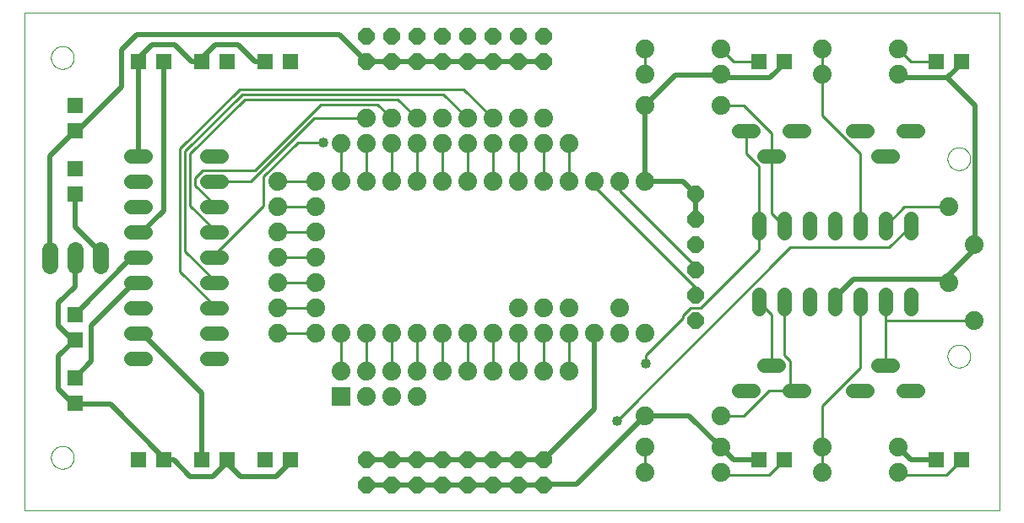
<source format=gtl>
G75*
%MOIN*%
%OFA0B0*%
%FSLAX25Y25*%
%IPPOS*%
%LPD*%
%AMOC8*
5,1,8,0,0,1.08239X$1,22.5*
%
%ADD10C,0.00000*%
%ADD11C,0.05600*%
%ADD12R,0.06400X0.06400*%
%ADD13C,0.07400*%
%ADD14OC8,0.06400*%
%ADD15C,0.06400*%
%ADD16R,0.07400X0.07400*%
%ADD17C,0.02000*%
%ADD18C,0.01000*%
%ADD19C,0.04000*%
D10*
X0001000Y0001000D02*
X0001000Y0197850D01*
X0386000Y0197850D01*
X0386000Y0001000D01*
X0001000Y0001000D01*
X0011500Y0022000D02*
X0011502Y0022134D01*
X0011508Y0022268D01*
X0011518Y0022401D01*
X0011532Y0022535D01*
X0011550Y0022668D01*
X0011572Y0022800D01*
X0011597Y0022931D01*
X0011627Y0023062D01*
X0011661Y0023192D01*
X0011698Y0023320D01*
X0011739Y0023448D01*
X0011784Y0023574D01*
X0011833Y0023699D01*
X0011885Y0023822D01*
X0011941Y0023944D01*
X0012001Y0024064D01*
X0012064Y0024182D01*
X0012131Y0024298D01*
X0012201Y0024412D01*
X0012275Y0024524D01*
X0012352Y0024634D01*
X0012432Y0024742D01*
X0012515Y0024847D01*
X0012601Y0024949D01*
X0012690Y0025049D01*
X0012783Y0025146D01*
X0012878Y0025241D01*
X0012976Y0025332D01*
X0013076Y0025421D01*
X0013179Y0025506D01*
X0013285Y0025589D01*
X0013393Y0025668D01*
X0013503Y0025744D01*
X0013616Y0025817D01*
X0013731Y0025886D01*
X0013847Y0025952D01*
X0013966Y0026014D01*
X0014086Y0026073D01*
X0014209Y0026128D01*
X0014332Y0026180D01*
X0014457Y0026227D01*
X0014584Y0026271D01*
X0014712Y0026312D01*
X0014841Y0026348D01*
X0014971Y0026381D01*
X0015102Y0026409D01*
X0015233Y0026434D01*
X0015366Y0026455D01*
X0015499Y0026472D01*
X0015632Y0026485D01*
X0015766Y0026494D01*
X0015900Y0026499D01*
X0016034Y0026500D01*
X0016167Y0026497D01*
X0016301Y0026490D01*
X0016435Y0026479D01*
X0016568Y0026464D01*
X0016701Y0026445D01*
X0016833Y0026422D01*
X0016964Y0026396D01*
X0017094Y0026365D01*
X0017224Y0026330D01*
X0017352Y0026292D01*
X0017479Y0026250D01*
X0017605Y0026204D01*
X0017730Y0026154D01*
X0017853Y0026101D01*
X0017974Y0026044D01*
X0018094Y0025983D01*
X0018211Y0025919D01*
X0018327Y0025852D01*
X0018441Y0025781D01*
X0018552Y0025706D01*
X0018661Y0025629D01*
X0018768Y0025548D01*
X0018873Y0025464D01*
X0018974Y0025377D01*
X0019074Y0025287D01*
X0019170Y0025194D01*
X0019264Y0025098D01*
X0019355Y0024999D01*
X0019442Y0024898D01*
X0019527Y0024794D01*
X0019609Y0024688D01*
X0019687Y0024580D01*
X0019762Y0024469D01*
X0019834Y0024356D01*
X0019903Y0024240D01*
X0019968Y0024123D01*
X0020029Y0024004D01*
X0020087Y0023883D01*
X0020141Y0023761D01*
X0020192Y0023637D01*
X0020239Y0023511D01*
X0020282Y0023384D01*
X0020321Y0023256D01*
X0020357Y0023127D01*
X0020388Y0022997D01*
X0020416Y0022866D01*
X0020440Y0022734D01*
X0020460Y0022601D01*
X0020476Y0022468D01*
X0020488Y0022335D01*
X0020496Y0022201D01*
X0020500Y0022067D01*
X0020500Y0021933D01*
X0020496Y0021799D01*
X0020488Y0021665D01*
X0020476Y0021532D01*
X0020460Y0021399D01*
X0020440Y0021266D01*
X0020416Y0021134D01*
X0020388Y0021003D01*
X0020357Y0020873D01*
X0020321Y0020744D01*
X0020282Y0020616D01*
X0020239Y0020489D01*
X0020192Y0020363D01*
X0020141Y0020239D01*
X0020087Y0020117D01*
X0020029Y0019996D01*
X0019968Y0019877D01*
X0019903Y0019760D01*
X0019834Y0019644D01*
X0019762Y0019531D01*
X0019687Y0019420D01*
X0019609Y0019312D01*
X0019527Y0019206D01*
X0019442Y0019102D01*
X0019355Y0019001D01*
X0019264Y0018902D01*
X0019170Y0018806D01*
X0019074Y0018713D01*
X0018974Y0018623D01*
X0018873Y0018536D01*
X0018768Y0018452D01*
X0018661Y0018371D01*
X0018552Y0018294D01*
X0018441Y0018219D01*
X0018327Y0018148D01*
X0018211Y0018081D01*
X0018094Y0018017D01*
X0017974Y0017956D01*
X0017853Y0017899D01*
X0017730Y0017846D01*
X0017605Y0017796D01*
X0017479Y0017750D01*
X0017352Y0017708D01*
X0017224Y0017670D01*
X0017094Y0017635D01*
X0016964Y0017604D01*
X0016833Y0017578D01*
X0016701Y0017555D01*
X0016568Y0017536D01*
X0016435Y0017521D01*
X0016301Y0017510D01*
X0016167Y0017503D01*
X0016034Y0017500D01*
X0015900Y0017501D01*
X0015766Y0017506D01*
X0015632Y0017515D01*
X0015499Y0017528D01*
X0015366Y0017545D01*
X0015233Y0017566D01*
X0015102Y0017591D01*
X0014971Y0017619D01*
X0014841Y0017652D01*
X0014712Y0017688D01*
X0014584Y0017729D01*
X0014457Y0017773D01*
X0014332Y0017820D01*
X0014209Y0017872D01*
X0014086Y0017927D01*
X0013966Y0017986D01*
X0013847Y0018048D01*
X0013731Y0018114D01*
X0013616Y0018183D01*
X0013503Y0018256D01*
X0013393Y0018332D01*
X0013285Y0018411D01*
X0013179Y0018494D01*
X0013076Y0018579D01*
X0012976Y0018668D01*
X0012878Y0018759D01*
X0012783Y0018854D01*
X0012690Y0018951D01*
X0012601Y0019051D01*
X0012515Y0019153D01*
X0012432Y0019258D01*
X0012352Y0019366D01*
X0012275Y0019476D01*
X0012201Y0019588D01*
X0012131Y0019702D01*
X0012064Y0019818D01*
X0012001Y0019936D01*
X0011941Y0020056D01*
X0011885Y0020178D01*
X0011833Y0020301D01*
X0011784Y0020426D01*
X0011739Y0020552D01*
X0011698Y0020680D01*
X0011661Y0020808D01*
X0011627Y0020938D01*
X0011597Y0021069D01*
X0011572Y0021200D01*
X0011550Y0021332D01*
X0011532Y0021465D01*
X0011518Y0021599D01*
X0011508Y0021732D01*
X0011502Y0021866D01*
X0011500Y0022000D01*
X0011500Y0180000D02*
X0011502Y0180134D01*
X0011508Y0180268D01*
X0011518Y0180401D01*
X0011532Y0180535D01*
X0011550Y0180668D01*
X0011572Y0180800D01*
X0011597Y0180931D01*
X0011627Y0181062D01*
X0011661Y0181192D01*
X0011698Y0181320D01*
X0011739Y0181448D01*
X0011784Y0181574D01*
X0011833Y0181699D01*
X0011885Y0181822D01*
X0011941Y0181944D01*
X0012001Y0182064D01*
X0012064Y0182182D01*
X0012131Y0182298D01*
X0012201Y0182412D01*
X0012275Y0182524D01*
X0012352Y0182634D01*
X0012432Y0182742D01*
X0012515Y0182847D01*
X0012601Y0182949D01*
X0012690Y0183049D01*
X0012783Y0183146D01*
X0012878Y0183241D01*
X0012976Y0183332D01*
X0013076Y0183421D01*
X0013179Y0183506D01*
X0013285Y0183589D01*
X0013393Y0183668D01*
X0013503Y0183744D01*
X0013616Y0183817D01*
X0013731Y0183886D01*
X0013847Y0183952D01*
X0013966Y0184014D01*
X0014086Y0184073D01*
X0014209Y0184128D01*
X0014332Y0184180D01*
X0014457Y0184227D01*
X0014584Y0184271D01*
X0014712Y0184312D01*
X0014841Y0184348D01*
X0014971Y0184381D01*
X0015102Y0184409D01*
X0015233Y0184434D01*
X0015366Y0184455D01*
X0015499Y0184472D01*
X0015632Y0184485D01*
X0015766Y0184494D01*
X0015900Y0184499D01*
X0016034Y0184500D01*
X0016167Y0184497D01*
X0016301Y0184490D01*
X0016435Y0184479D01*
X0016568Y0184464D01*
X0016701Y0184445D01*
X0016833Y0184422D01*
X0016964Y0184396D01*
X0017094Y0184365D01*
X0017224Y0184330D01*
X0017352Y0184292D01*
X0017479Y0184250D01*
X0017605Y0184204D01*
X0017730Y0184154D01*
X0017853Y0184101D01*
X0017974Y0184044D01*
X0018094Y0183983D01*
X0018211Y0183919D01*
X0018327Y0183852D01*
X0018441Y0183781D01*
X0018552Y0183706D01*
X0018661Y0183629D01*
X0018768Y0183548D01*
X0018873Y0183464D01*
X0018974Y0183377D01*
X0019074Y0183287D01*
X0019170Y0183194D01*
X0019264Y0183098D01*
X0019355Y0182999D01*
X0019442Y0182898D01*
X0019527Y0182794D01*
X0019609Y0182688D01*
X0019687Y0182580D01*
X0019762Y0182469D01*
X0019834Y0182356D01*
X0019903Y0182240D01*
X0019968Y0182123D01*
X0020029Y0182004D01*
X0020087Y0181883D01*
X0020141Y0181761D01*
X0020192Y0181637D01*
X0020239Y0181511D01*
X0020282Y0181384D01*
X0020321Y0181256D01*
X0020357Y0181127D01*
X0020388Y0180997D01*
X0020416Y0180866D01*
X0020440Y0180734D01*
X0020460Y0180601D01*
X0020476Y0180468D01*
X0020488Y0180335D01*
X0020496Y0180201D01*
X0020500Y0180067D01*
X0020500Y0179933D01*
X0020496Y0179799D01*
X0020488Y0179665D01*
X0020476Y0179532D01*
X0020460Y0179399D01*
X0020440Y0179266D01*
X0020416Y0179134D01*
X0020388Y0179003D01*
X0020357Y0178873D01*
X0020321Y0178744D01*
X0020282Y0178616D01*
X0020239Y0178489D01*
X0020192Y0178363D01*
X0020141Y0178239D01*
X0020087Y0178117D01*
X0020029Y0177996D01*
X0019968Y0177877D01*
X0019903Y0177760D01*
X0019834Y0177644D01*
X0019762Y0177531D01*
X0019687Y0177420D01*
X0019609Y0177312D01*
X0019527Y0177206D01*
X0019442Y0177102D01*
X0019355Y0177001D01*
X0019264Y0176902D01*
X0019170Y0176806D01*
X0019074Y0176713D01*
X0018974Y0176623D01*
X0018873Y0176536D01*
X0018768Y0176452D01*
X0018661Y0176371D01*
X0018552Y0176294D01*
X0018441Y0176219D01*
X0018327Y0176148D01*
X0018211Y0176081D01*
X0018094Y0176017D01*
X0017974Y0175956D01*
X0017853Y0175899D01*
X0017730Y0175846D01*
X0017605Y0175796D01*
X0017479Y0175750D01*
X0017352Y0175708D01*
X0017224Y0175670D01*
X0017094Y0175635D01*
X0016964Y0175604D01*
X0016833Y0175578D01*
X0016701Y0175555D01*
X0016568Y0175536D01*
X0016435Y0175521D01*
X0016301Y0175510D01*
X0016167Y0175503D01*
X0016034Y0175500D01*
X0015900Y0175501D01*
X0015766Y0175506D01*
X0015632Y0175515D01*
X0015499Y0175528D01*
X0015366Y0175545D01*
X0015233Y0175566D01*
X0015102Y0175591D01*
X0014971Y0175619D01*
X0014841Y0175652D01*
X0014712Y0175688D01*
X0014584Y0175729D01*
X0014457Y0175773D01*
X0014332Y0175820D01*
X0014209Y0175872D01*
X0014086Y0175927D01*
X0013966Y0175986D01*
X0013847Y0176048D01*
X0013731Y0176114D01*
X0013616Y0176183D01*
X0013503Y0176256D01*
X0013393Y0176332D01*
X0013285Y0176411D01*
X0013179Y0176494D01*
X0013076Y0176579D01*
X0012976Y0176668D01*
X0012878Y0176759D01*
X0012783Y0176854D01*
X0012690Y0176951D01*
X0012601Y0177051D01*
X0012515Y0177153D01*
X0012432Y0177258D01*
X0012352Y0177366D01*
X0012275Y0177476D01*
X0012201Y0177588D01*
X0012131Y0177702D01*
X0012064Y0177818D01*
X0012001Y0177936D01*
X0011941Y0178056D01*
X0011885Y0178178D01*
X0011833Y0178301D01*
X0011784Y0178426D01*
X0011739Y0178552D01*
X0011698Y0178680D01*
X0011661Y0178808D01*
X0011627Y0178938D01*
X0011597Y0179069D01*
X0011572Y0179200D01*
X0011550Y0179332D01*
X0011532Y0179465D01*
X0011518Y0179599D01*
X0011508Y0179732D01*
X0011502Y0179866D01*
X0011500Y0180000D01*
X0365500Y0140000D02*
X0365502Y0140134D01*
X0365508Y0140268D01*
X0365518Y0140401D01*
X0365532Y0140535D01*
X0365550Y0140668D01*
X0365572Y0140800D01*
X0365597Y0140931D01*
X0365627Y0141062D01*
X0365661Y0141192D01*
X0365698Y0141320D01*
X0365739Y0141448D01*
X0365784Y0141574D01*
X0365833Y0141699D01*
X0365885Y0141822D01*
X0365941Y0141944D01*
X0366001Y0142064D01*
X0366064Y0142182D01*
X0366131Y0142298D01*
X0366201Y0142412D01*
X0366275Y0142524D01*
X0366352Y0142634D01*
X0366432Y0142742D01*
X0366515Y0142847D01*
X0366601Y0142949D01*
X0366690Y0143049D01*
X0366783Y0143146D01*
X0366878Y0143241D01*
X0366976Y0143332D01*
X0367076Y0143421D01*
X0367179Y0143506D01*
X0367285Y0143589D01*
X0367393Y0143668D01*
X0367503Y0143744D01*
X0367616Y0143817D01*
X0367731Y0143886D01*
X0367847Y0143952D01*
X0367966Y0144014D01*
X0368086Y0144073D01*
X0368209Y0144128D01*
X0368332Y0144180D01*
X0368457Y0144227D01*
X0368584Y0144271D01*
X0368712Y0144312D01*
X0368841Y0144348D01*
X0368971Y0144381D01*
X0369102Y0144409D01*
X0369233Y0144434D01*
X0369366Y0144455D01*
X0369499Y0144472D01*
X0369632Y0144485D01*
X0369766Y0144494D01*
X0369900Y0144499D01*
X0370034Y0144500D01*
X0370167Y0144497D01*
X0370301Y0144490D01*
X0370435Y0144479D01*
X0370568Y0144464D01*
X0370701Y0144445D01*
X0370833Y0144422D01*
X0370964Y0144396D01*
X0371094Y0144365D01*
X0371224Y0144330D01*
X0371352Y0144292D01*
X0371479Y0144250D01*
X0371605Y0144204D01*
X0371730Y0144154D01*
X0371853Y0144101D01*
X0371974Y0144044D01*
X0372094Y0143983D01*
X0372211Y0143919D01*
X0372327Y0143852D01*
X0372441Y0143781D01*
X0372552Y0143706D01*
X0372661Y0143629D01*
X0372768Y0143548D01*
X0372873Y0143464D01*
X0372974Y0143377D01*
X0373074Y0143287D01*
X0373170Y0143194D01*
X0373264Y0143098D01*
X0373355Y0142999D01*
X0373442Y0142898D01*
X0373527Y0142794D01*
X0373609Y0142688D01*
X0373687Y0142580D01*
X0373762Y0142469D01*
X0373834Y0142356D01*
X0373903Y0142240D01*
X0373968Y0142123D01*
X0374029Y0142004D01*
X0374087Y0141883D01*
X0374141Y0141761D01*
X0374192Y0141637D01*
X0374239Y0141511D01*
X0374282Y0141384D01*
X0374321Y0141256D01*
X0374357Y0141127D01*
X0374388Y0140997D01*
X0374416Y0140866D01*
X0374440Y0140734D01*
X0374460Y0140601D01*
X0374476Y0140468D01*
X0374488Y0140335D01*
X0374496Y0140201D01*
X0374500Y0140067D01*
X0374500Y0139933D01*
X0374496Y0139799D01*
X0374488Y0139665D01*
X0374476Y0139532D01*
X0374460Y0139399D01*
X0374440Y0139266D01*
X0374416Y0139134D01*
X0374388Y0139003D01*
X0374357Y0138873D01*
X0374321Y0138744D01*
X0374282Y0138616D01*
X0374239Y0138489D01*
X0374192Y0138363D01*
X0374141Y0138239D01*
X0374087Y0138117D01*
X0374029Y0137996D01*
X0373968Y0137877D01*
X0373903Y0137760D01*
X0373834Y0137644D01*
X0373762Y0137531D01*
X0373687Y0137420D01*
X0373609Y0137312D01*
X0373527Y0137206D01*
X0373442Y0137102D01*
X0373355Y0137001D01*
X0373264Y0136902D01*
X0373170Y0136806D01*
X0373074Y0136713D01*
X0372974Y0136623D01*
X0372873Y0136536D01*
X0372768Y0136452D01*
X0372661Y0136371D01*
X0372552Y0136294D01*
X0372441Y0136219D01*
X0372327Y0136148D01*
X0372211Y0136081D01*
X0372094Y0136017D01*
X0371974Y0135956D01*
X0371853Y0135899D01*
X0371730Y0135846D01*
X0371605Y0135796D01*
X0371479Y0135750D01*
X0371352Y0135708D01*
X0371224Y0135670D01*
X0371094Y0135635D01*
X0370964Y0135604D01*
X0370833Y0135578D01*
X0370701Y0135555D01*
X0370568Y0135536D01*
X0370435Y0135521D01*
X0370301Y0135510D01*
X0370167Y0135503D01*
X0370034Y0135500D01*
X0369900Y0135501D01*
X0369766Y0135506D01*
X0369632Y0135515D01*
X0369499Y0135528D01*
X0369366Y0135545D01*
X0369233Y0135566D01*
X0369102Y0135591D01*
X0368971Y0135619D01*
X0368841Y0135652D01*
X0368712Y0135688D01*
X0368584Y0135729D01*
X0368457Y0135773D01*
X0368332Y0135820D01*
X0368209Y0135872D01*
X0368086Y0135927D01*
X0367966Y0135986D01*
X0367847Y0136048D01*
X0367731Y0136114D01*
X0367616Y0136183D01*
X0367503Y0136256D01*
X0367393Y0136332D01*
X0367285Y0136411D01*
X0367179Y0136494D01*
X0367076Y0136579D01*
X0366976Y0136668D01*
X0366878Y0136759D01*
X0366783Y0136854D01*
X0366690Y0136951D01*
X0366601Y0137051D01*
X0366515Y0137153D01*
X0366432Y0137258D01*
X0366352Y0137366D01*
X0366275Y0137476D01*
X0366201Y0137588D01*
X0366131Y0137702D01*
X0366064Y0137818D01*
X0366001Y0137936D01*
X0365941Y0138056D01*
X0365885Y0138178D01*
X0365833Y0138301D01*
X0365784Y0138426D01*
X0365739Y0138552D01*
X0365698Y0138680D01*
X0365661Y0138808D01*
X0365627Y0138938D01*
X0365597Y0139069D01*
X0365572Y0139200D01*
X0365550Y0139332D01*
X0365532Y0139465D01*
X0365518Y0139599D01*
X0365508Y0139732D01*
X0365502Y0139866D01*
X0365500Y0140000D01*
X0365500Y0062000D02*
X0365502Y0062134D01*
X0365508Y0062268D01*
X0365518Y0062401D01*
X0365532Y0062535D01*
X0365550Y0062668D01*
X0365572Y0062800D01*
X0365597Y0062931D01*
X0365627Y0063062D01*
X0365661Y0063192D01*
X0365698Y0063320D01*
X0365739Y0063448D01*
X0365784Y0063574D01*
X0365833Y0063699D01*
X0365885Y0063822D01*
X0365941Y0063944D01*
X0366001Y0064064D01*
X0366064Y0064182D01*
X0366131Y0064298D01*
X0366201Y0064412D01*
X0366275Y0064524D01*
X0366352Y0064634D01*
X0366432Y0064742D01*
X0366515Y0064847D01*
X0366601Y0064949D01*
X0366690Y0065049D01*
X0366783Y0065146D01*
X0366878Y0065241D01*
X0366976Y0065332D01*
X0367076Y0065421D01*
X0367179Y0065506D01*
X0367285Y0065589D01*
X0367393Y0065668D01*
X0367503Y0065744D01*
X0367616Y0065817D01*
X0367731Y0065886D01*
X0367847Y0065952D01*
X0367966Y0066014D01*
X0368086Y0066073D01*
X0368209Y0066128D01*
X0368332Y0066180D01*
X0368457Y0066227D01*
X0368584Y0066271D01*
X0368712Y0066312D01*
X0368841Y0066348D01*
X0368971Y0066381D01*
X0369102Y0066409D01*
X0369233Y0066434D01*
X0369366Y0066455D01*
X0369499Y0066472D01*
X0369632Y0066485D01*
X0369766Y0066494D01*
X0369900Y0066499D01*
X0370034Y0066500D01*
X0370167Y0066497D01*
X0370301Y0066490D01*
X0370435Y0066479D01*
X0370568Y0066464D01*
X0370701Y0066445D01*
X0370833Y0066422D01*
X0370964Y0066396D01*
X0371094Y0066365D01*
X0371224Y0066330D01*
X0371352Y0066292D01*
X0371479Y0066250D01*
X0371605Y0066204D01*
X0371730Y0066154D01*
X0371853Y0066101D01*
X0371974Y0066044D01*
X0372094Y0065983D01*
X0372211Y0065919D01*
X0372327Y0065852D01*
X0372441Y0065781D01*
X0372552Y0065706D01*
X0372661Y0065629D01*
X0372768Y0065548D01*
X0372873Y0065464D01*
X0372974Y0065377D01*
X0373074Y0065287D01*
X0373170Y0065194D01*
X0373264Y0065098D01*
X0373355Y0064999D01*
X0373442Y0064898D01*
X0373527Y0064794D01*
X0373609Y0064688D01*
X0373687Y0064580D01*
X0373762Y0064469D01*
X0373834Y0064356D01*
X0373903Y0064240D01*
X0373968Y0064123D01*
X0374029Y0064004D01*
X0374087Y0063883D01*
X0374141Y0063761D01*
X0374192Y0063637D01*
X0374239Y0063511D01*
X0374282Y0063384D01*
X0374321Y0063256D01*
X0374357Y0063127D01*
X0374388Y0062997D01*
X0374416Y0062866D01*
X0374440Y0062734D01*
X0374460Y0062601D01*
X0374476Y0062468D01*
X0374488Y0062335D01*
X0374496Y0062201D01*
X0374500Y0062067D01*
X0374500Y0061933D01*
X0374496Y0061799D01*
X0374488Y0061665D01*
X0374476Y0061532D01*
X0374460Y0061399D01*
X0374440Y0061266D01*
X0374416Y0061134D01*
X0374388Y0061003D01*
X0374357Y0060873D01*
X0374321Y0060744D01*
X0374282Y0060616D01*
X0374239Y0060489D01*
X0374192Y0060363D01*
X0374141Y0060239D01*
X0374087Y0060117D01*
X0374029Y0059996D01*
X0373968Y0059877D01*
X0373903Y0059760D01*
X0373834Y0059644D01*
X0373762Y0059531D01*
X0373687Y0059420D01*
X0373609Y0059312D01*
X0373527Y0059206D01*
X0373442Y0059102D01*
X0373355Y0059001D01*
X0373264Y0058902D01*
X0373170Y0058806D01*
X0373074Y0058713D01*
X0372974Y0058623D01*
X0372873Y0058536D01*
X0372768Y0058452D01*
X0372661Y0058371D01*
X0372552Y0058294D01*
X0372441Y0058219D01*
X0372327Y0058148D01*
X0372211Y0058081D01*
X0372094Y0058017D01*
X0371974Y0057956D01*
X0371853Y0057899D01*
X0371730Y0057846D01*
X0371605Y0057796D01*
X0371479Y0057750D01*
X0371352Y0057708D01*
X0371224Y0057670D01*
X0371094Y0057635D01*
X0370964Y0057604D01*
X0370833Y0057578D01*
X0370701Y0057555D01*
X0370568Y0057536D01*
X0370435Y0057521D01*
X0370301Y0057510D01*
X0370167Y0057503D01*
X0370034Y0057500D01*
X0369900Y0057501D01*
X0369766Y0057506D01*
X0369632Y0057515D01*
X0369499Y0057528D01*
X0369366Y0057545D01*
X0369233Y0057566D01*
X0369102Y0057591D01*
X0368971Y0057619D01*
X0368841Y0057652D01*
X0368712Y0057688D01*
X0368584Y0057729D01*
X0368457Y0057773D01*
X0368332Y0057820D01*
X0368209Y0057872D01*
X0368086Y0057927D01*
X0367966Y0057986D01*
X0367847Y0058048D01*
X0367731Y0058114D01*
X0367616Y0058183D01*
X0367503Y0058256D01*
X0367393Y0058332D01*
X0367285Y0058411D01*
X0367179Y0058494D01*
X0367076Y0058579D01*
X0366976Y0058668D01*
X0366878Y0058759D01*
X0366783Y0058854D01*
X0366690Y0058951D01*
X0366601Y0059051D01*
X0366515Y0059153D01*
X0366432Y0059258D01*
X0366352Y0059366D01*
X0366275Y0059476D01*
X0366201Y0059588D01*
X0366131Y0059702D01*
X0366064Y0059818D01*
X0366001Y0059936D01*
X0365941Y0060056D01*
X0365885Y0060178D01*
X0365833Y0060301D01*
X0365784Y0060426D01*
X0365739Y0060552D01*
X0365698Y0060680D01*
X0365661Y0060808D01*
X0365627Y0060938D01*
X0365597Y0061069D01*
X0365572Y0061200D01*
X0365550Y0061332D01*
X0365532Y0061465D01*
X0365518Y0061599D01*
X0365508Y0061732D01*
X0365502Y0061866D01*
X0365500Y0062000D01*
D11*
X0343800Y0058500D02*
X0338200Y0058500D01*
X0333800Y0048500D02*
X0328200Y0048500D01*
X0308800Y0048500D02*
X0303200Y0048500D01*
X0288800Y0048500D02*
X0283200Y0048500D01*
X0293200Y0058500D02*
X0298800Y0058500D01*
X0301000Y0080700D02*
X0301000Y0086300D01*
X0291000Y0086300D02*
X0291000Y0080700D01*
X0311000Y0080700D02*
X0311000Y0086300D01*
X0321000Y0086300D02*
X0321000Y0080700D01*
X0331000Y0080700D02*
X0331000Y0086300D01*
X0341000Y0086300D02*
X0341000Y0080700D01*
X0351000Y0080700D02*
X0351000Y0086300D01*
X0351000Y0110700D02*
X0351000Y0116300D01*
X0341000Y0116300D02*
X0341000Y0110700D01*
X0331000Y0110700D02*
X0331000Y0116300D01*
X0321000Y0116300D02*
X0321000Y0110700D01*
X0311000Y0110700D02*
X0311000Y0116300D01*
X0301000Y0116300D02*
X0301000Y0110700D01*
X0291000Y0110700D02*
X0291000Y0116300D01*
X0293200Y0141000D02*
X0298800Y0141000D01*
X0303200Y0151000D02*
X0308800Y0151000D01*
X0328200Y0151000D02*
X0333800Y0151000D01*
X0348200Y0151000D02*
X0353800Y0151000D01*
X0343800Y0141000D02*
X0338200Y0141000D01*
X0288800Y0151000D02*
X0283200Y0151000D01*
X0348200Y0048500D02*
X0353800Y0048500D01*
X0078800Y0061000D02*
X0073200Y0061000D01*
X0073200Y0071000D02*
X0078800Y0071000D01*
X0078800Y0081000D02*
X0073200Y0081000D01*
X0073200Y0091000D02*
X0078800Y0091000D01*
X0078800Y0101000D02*
X0073200Y0101000D01*
X0073200Y0111000D02*
X0078800Y0111000D01*
X0078800Y0121000D02*
X0073200Y0121000D01*
X0073200Y0131000D02*
X0078800Y0131000D01*
X0078800Y0141000D02*
X0073200Y0141000D01*
X0048800Y0141000D02*
X0043200Y0141000D01*
X0043200Y0131000D02*
X0048800Y0131000D01*
X0048800Y0121000D02*
X0043200Y0121000D01*
X0043200Y0111000D02*
X0048800Y0111000D01*
X0048800Y0101000D02*
X0043200Y0101000D01*
X0043200Y0091000D02*
X0048800Y0091000D01*
X0048800Y0081000D02*
X0043200Y0081000D01*
X0043200Y0071000D02*
X0048800Y0071000D01*
X0048800Y0061000D02*
X0043200Y0061000D01*
D12*
X0021000Y0053500D03*
X0021000Y0043500D03*
X0046000Y0021000D03*
X0056000Y0021000D03*
X0071000Y0021000D03*
X0081000Y0021000D03*
X0096000Y0021000D03*
X0106000Y0021000D03*
X0021000Y0068500D03*
X0021000Y0078500D03*
X0021000Y0126000D03*
X0021000Y0136000D03*
X0021000Y0151000D03*
X0021000Y0161000D03*
X0046000Y0178500D03*
X0056000Y0178500D03*
X0071000Y0178500D03*
X0081000Y0178500D03*
X0096000Y0178500D03*
X0106000Y0178500D03*
X0291000Y0178500D03*
X0301000Y0178500D03*
X0361000Y0178500D03*
X0371000Y0178500D03*
X0371000Y0021000D03*
X0361000Y0021000D03*
X0301000Y0021000D03*
X0291000Y0021000D03*
D13*
X0276000Y0016000D03*
X0276000Y0026000D03*
X0276000Y0038500D03*
X0246000Y0038500D03*
X0246000Y0026000D03*
X0246000Y0016000D03*
X0316000Y0016000D03*
X0316000Y0026000D03*
X0346000Y0026000D03*
X0346000Y0016000D03*
X0246000Y0071000D03*
X0236000Y0071000D03*
X0226000Y0071000D03*
X0216000Y0071000D03*
X0206000Y0071000D03*
X0196000Y0071000D03*
X0186000Y0071000D03*
X0176000Y0071000D03*
X0166000Y0071000D03*
X0156000Y0071000D03*
X0146000Y0071000D03*
X0136000Y0071000D03*
X0126000Y0071000D03*
X0116000Y0071000D03*
X0101000Y0071000D03*
X0101000Y0081000D03*
X0116000Y0081000D03*
X0116000Y0091000D03*
X0101000Y0091000D03*
X0101000Y0101000D03*
X0116000Y0101000D03*
X0116000Y0111000D03*
X0101000Y0111000D03*
X0101000Y0121000D03*
X0116000Y0121000D03*
X0116000Y0131000D03*
X0126000Y0131000D03*
X0136000Y0131000D03*
X0146000Y0131000D03*
X0156000Y0131000D03*
X0166000Y0131000D03*
X0176000Y0131000D03*
X0186000Y0131000D03*
X0196000Y0131000D03*
X0206000Y0131000D03*
X0216000Y0131000D03*
X0226000Y0131000D03*
X0236000Y0131000D03*
X0246000Y0131000D03*
X0216000Y0146000D03*
X0206000Y0146000D03*
X0196000Y0146000D03*
X0186000Y0146000D03*
X0176000Y0146000D03*
X0166000Y0146000D03*
X0156000Y0146000D03*
X0146000Y0146000D03*
X0136000Y0146000D03*
X0126000Y0146000D03*
X0136000Y0156000D03*
X0146000Y0156000D03*
X0156000Y0156000D03*
X0166000Y0156000D03*
X0176000Y0156000D03*
X0186000Y0156000D03*
X0196000Y0156000D03*
X0206000Y0156000D03*
X0246000Y0161000D03*
X0246000Y0173500D03*
X0246000Y0183500D03*
X0276000Y0183500D03*
X0276000Y0173500D03*
X0276000Y0161000D03*
X0316000Y0173500D03*
X0316000Y0183500D03*
X0346000Y0183500D03*
X0346000Y0173500D03*
X0366000Y0121000D03*
X0376000Y0106000D03*
X0366000Y0091000D03*
X0376000Y0076000D03*
X0236000Y0081000D03*
X0216000Y0081000D03*
X0206000Y0081000D03*
X0196000Y0081000D03*
X0196000Y0056000D03*
X0186000Y0056000D03*
X0176000Y0056000D03*
X0166000Y0056000D03*
X0156000Y0056000D03*
X0146000Y0056000D03*
X0136000Y0056000D03*
X0126000Y0056000D03*
X0136000Y0046000D03*
X0146000Y0046000D03*
X0156000Y0046000D03*
X0206000Y0056000D03*
X0216000Y0056000D03*
X0101000Y0131000D03*
D14*
X0136000Y0178500D03*
X0146000Y0178500D03*
X0156000Y0178500D03*
X0166000Y0178500D03*
X0176000Y0178500D03*
X0186000Y0178500D03*
X0196000Y0178500D03*
X0206000Y0178500D03*
X0206000Y0188500D03*
X0196000Y0188500D03*
X0186000Y0188500D03*
X0176000Y0188500D03*
X0166000Y0188500D03*
X0156000Y0188500D03*
X0146000Y0188500D03*
X0136000Y0188500D03*
X0266000Y0126000D03*
X0266000Y0116000D03*
X0266000Y0106000D03*
X0266000Y0096000D03*
X0266000Y0086000D03*
X0266000Y0076000D03*
X0206000Y0021000D03*
X0196000Y0021000D03*
X0186000Y0021000D03*
X0176000Y0021000D03*
X0166000Y0021000D03*
X0156000Y0021000D03*
X0146000Y0021000D03*
X0136000Y0021000D03*
X0136000Y0011000D03*
X0146000Y0011000D03*
X0156000Y0011000D03*
X0166000Y0011000D03*
X0176000Y0011000D03*
X0186000Y0011000D03*
X0196000Y0011000D03*
X0206000Y0011000D03*
D15*
X0031000Y0097800D02*
X0031000Y0104200D01*
X0021000Y0104200D02*
X0021000Y0097800D01*
X0011000Y0097800D02*
X0011000Y0104200D01*
D16*
X0126000Y0046000D03*
D17*
X0136000Y0021000D02*
X0146000Y0021000D01*
X0156000Y0021000D01*
X0166000Y0021000D01*
X0176000Y0021000D01*
X0186000Y0021000D01*
X0196000Y0021000D01*
X0206000Y0021000D01*
X0226000Y0041000D01*
X0226000Y0071000D01*
X0246000Y0038500D02*
X0219000Y0011500D01*
X0206500Y0011500D01*
X0206000Y0011000D01*
X0196000Y0011000D01*
X0186000Y0011000D01*
X0176000Y0011000D01*
X0166000Y0011000D01*
X0156000Y0011000D01*
X0146000Y0011000D01*
X0136000Y0011000D01*
X0106000Y0020000D02*
X0100500Y0014500D01*
X0086500Y0014500D01*
X0081500Y0019500D01*
X0081000Y0021000D01*
X0081000Y0020000D01*
X0075500Y0014500D01*
X0066500Y0014500D01*
X0060000Y0021000D01*
X0056000Y0021000D01*
X0055500Y0021500D01*
X0055500Y0022500D01*
X0035000Y0043000D01*
X0021500Y0043000D01*
X0021000Y0043500D01*
X0020000Y0043500D01*
X0014500Y0049000D01*
X0014500Y0062000D01*
X0021000Y0068500D01*
X0020000Y0068500D01*
X0014500Y0074000D01*
X0014500Y0083000D01*
X0021000Y0089500D01*
X0021000Y0101000D01*
X0011000Y0101000D02*
X0011000Y0141000D01*
X0021000Y0151000D01*
X0021500Y0151500D01*
X0022500Y0151500D01*
X0039500Y0168500D01*
X0039500Y0183000D01*
X0045500Y0189000D01*
X0125500Y0189000D01*
X0136000Y0178500D01*
X0146000Y0178500D01*
X0156000Y0178500D01*
X0166000Y0178500D01*
X0176000Y0178500D01*
X0186000Y0178500D01*
X0196000Y0178500D01*
X0206000Y0178500D01*
X0246000Y0161000D02*
X0258000Y0173000D01*
X0275500Y0173000D01*
X0276000Y0173500D01*
X0277500Y0172000D01*
X0295500Y0172000D01*
X0301000Y0177500D01*
X0301000Y0178500D01*
X0346000Y0173500D02*
X0347500Y0172000D01*
X0365500Y0172000D01*
X0376500Y0161000D01*
X0376500Y0106500D01*
X0376000Y0106000D01*
X0376000Y0104000D01*
X0365000Y0093000D01*
X0366000Y0091000D01*
X0364500Y0092500D01*
X0328500Y0092500D01*
X0321000Y0085000D01*
X0321000Y0083500D01*
X0266000Y0116000D02*
X0266000Y0126000D01*
X0261000Y0131000D01*
X0246000Y0131000D01*
X0246000Y0161000D01*
X0365500Y0172000D02*
X0371000Y0177500D01*
X0371000Y0178500D01*
X0263500Y0038500D02*
X0246000Y0038500D01*
X0263500Y0038500D02*
X0276000Y0026000D01*
X0281000Y0021000D01*
X0291000Y0021000D01*
X0346000Y0026000D02*
X0351000Y0021000D01*
X0361000Y0021000D01*
X0106000Y0021000D02*
X0106000Y0020000D01*
X0071000Y0021000D02*
X0071000Y0047500D01*
X0047500Y0071000D01*
X0046000Y0071000D01*
X0027500Y0074000D02*
X0027500Y0060000D01*
X0021000Y0053500D01*
X0027500Y0074000D02*
X0044500Y0091000D01*
X0046000Y0091000D01*
X0046000Y0101000D02*
X0043500Y0101000D01*
X0021000Y0078500D01*
X0031000Y0101000D02*
X0031000Y0103000D01*
X0021000Y0113000D01*
X0021000Y0126000D01*
X0046000Y0141000D02*
X0046000Y0178500D01*
X0045500Y0179000D01*
X0051500Y0185000D01*
X0060500Y0185000D01*
X0067000Y0178500D01*
X0071000Y0178500D01*
X0070500Y0179000D01*
X0076500Y0185000D01*
X0085500Y0185000D01*
X0092000Y0178500D01*
X0096000Y0178500D01*
X0056000Y0178500D02*
X0056000Y0119500D01*
X0047500Y0111000D01*
X0046000Y0111000D01*
D18*
X0064500Y0103500D02*
X0064500Y0143000D01*
X0087000Y0165500D01*
X0166500Y0165500D01*
X0176000Y0156000D01*
X0186000Y0156000D02*
X0174500Y0167500D01*
X0086000Y0167500D01*
X0062500Y0144000D01*
X0062500Y0095500D01*
X0076000Y0082000D01*
X0076000Y0081000D01*
X0076000Y0091000D02*
X0076000Y0092000D01*
X0064500Y0103500D01*
X0076000Y0102000D02*
X0076000Y0101000D01*
X0076000Y0102000D02*
X0095500Y0121500D01*
X0095500Y0133000D01*
X0109000Y0146500D01*
X0119000Y0146500D01*
X0126000Y0146000D02*
X0126000Y0131000D01*
X0116000Y0131000D02*
X0101000Y0131000D01*
X0092000Y0135500D02*
X0118000Y0161500D01*
X0140500Y0161500D01*
X0146000Y0156000D01*
X0136000Y0156000D02*
X0115500Y0156000D01*
X0090500Y0131000D01*
X0076000Y0131000D01*
X0071500Y0135500D02*
X0068500Y0132500D01*
X0068500Y0129500D01*
X0076000Y0122000D01*
X0076000Y0121000D01*
X0076000Y0112000D02*
X0066500Y0121500D01*
X0066500Y0142000D01*
X0088000Y0163500D01*
X0148500Y0163500D01*
X0156000Y0156000D01*
X0156000Y0146000D02*
X0156000Y0131000D01*
X0166000Y0131000D02*
X0166000Y0146000D01*
X0176000Y0146000D02*
X0176000Y0131000D01*
X0186000Y0131000D02*
X0186000Y0146000D01*
X0196000Y0146000D02*
X0196000Y0131000D01*
X0206000Y0131000D02*
X0206000Y0146000D01*
X0216000Y0146000D02*
X0216000Y0131000D01*
X0226000Y0131000D02*
X0226000Y0129000D01*
X0266000Y0089000D01*
X0266000Y0086000D01*
X0268000Y0081000D02*
X0264000Y0081000D01*
X0261000Y0078000D01*
X0261000Y0077000D01*
X0246500Y0062500D01*
X0246500Y0059000D01*
X0216000Y0056000D02*
X0216000Y0071000D01*
X0206000Y0071000D02*
X0206000Y0056000D01*
X0196000Y0056000D02*
X0196000Y0071000D01*
X0186000Y0071000D02*
X0186000Y0056000D01*
X0176000Y0056000D02*
X0176000Y0071000D01*
X0166000Y0071000D02*
X0166000Y0056000D01*
X0156000Y0056000D02*
X0156000Y0071000D01*
X0146000Y0071000D02*
X0146000Y0056000D01*
X0136000Y0056000D02*
X0136000Y0071000D01*
X0126000Y0071000D02*
X0126000Y0056000D01*
X0116000Y0071000D02*
X0101000Y0071000D01*
X0101000Y0081000D02*
X0116000Y0081000D01*
X0116000Y0091000D02*
X0101000Y0091000D01*
X0101000Y0101000D02*
X0116000Y0101000D01*
X0116000Y0111000D02*
X0101000Y0111000D01*
X0101000Y0121000D02*
X0116000Y0121000D01*
X0136000Y0131000D02*
X0136000Y0146000D01*
X0146000Y0146000D02*
X0146000Y0131000D01*
X0092000Y0135500D02*
X0071500Y0135500D01*
X0076000Y0112000D02*
X0076000Y0111000D01*
X0236000Y0127500D02*
X0236000Y0131000D01*
X0236000Y0127500D02*
X0266000Y0097500D01*
X0266000Y0096000D01*
X0268000Y0081000D02*
X0291000Y0104000D01*
X0291000Y0113500D01*
X0291000Y0137000D01*
X0286000Y0142000D01*
X0286000Y0151000D01*
X0296000Y0150000D02*
X0296000Y0141000D01*
X0296000Y0118500D01*
X0301000Y0113500D01*
X0303500Y0105000D02*
X0342500Y0105000D01*
X0351000Y0113500D01*
X0348500Y0121000D02*
X0341000Y0113500D01*
X0331000Y0113500D02*
X0331000Y0142000D01*
X0316000Y0157000D01*
X0316000Y0173500D01*
X0316000Y0183500D01*
X0291000Y0178500D02*
X0281000Y0178500D01*
X0276000Y0183500D01*
X0246000Y0183500D02*
X0246000Y0173500D01*
X0276000Y0161000D02*
X0285000Y0161000D01*
X0296000Y0150000D01*
X0346000Y0183500D02*
X0351000Y0178500D01*
X0361000Y0178500D01*
X0366000Y0121000D02*
X0348500Y0121000D01*
X0303500Y0105000D02*
X0235000Y0036500D01*
X0246000Y0026000D02*
X0246000Y0016000D01*
X0276000Y0016000D02*
X0277000Y0015000D01*
X0295000Y0015000D01*
X0301000Y0021000D01*
X0316000Y0026000D02*
X0316000Y0016000D01*
X0316000Y0026000D02*
X0316000Y0042500D01*
X0331000Y0057500D01*
X0331000Y0083500D01*
X0341000Y0083500D02*
X0341000Y0076000D01*
X0376000Y0076000D01*
X0341000Y0076000D02*
X0341000Y0058500D01*
X0306000Y0048500D02*
X0303500Y0048500D01*
X0303500Y0060000D01*
X0301000Y0062500D01*
X0301000Y0083500D01*
X0296000Y0078500D02*
X0291000Y0083500D01*
X0296000Y0078500D02*
X0296000Y0058500D01*
X0295000Y0048500D02*
X0285000Y0038500D01*
X0276000Y0038500D01*
X0295000Y0048500D02*
X0303500Y0048500D01*
X0346000Y0016000D02*
X0347000Y0015000D01*
X0365000Y0015000D01*
X0371000Y0021000D01*
D19*
X0246500Y0059000D03*
X0235000Y0036500D03*
X0119000Y0146500D03*
M02*

</source>
